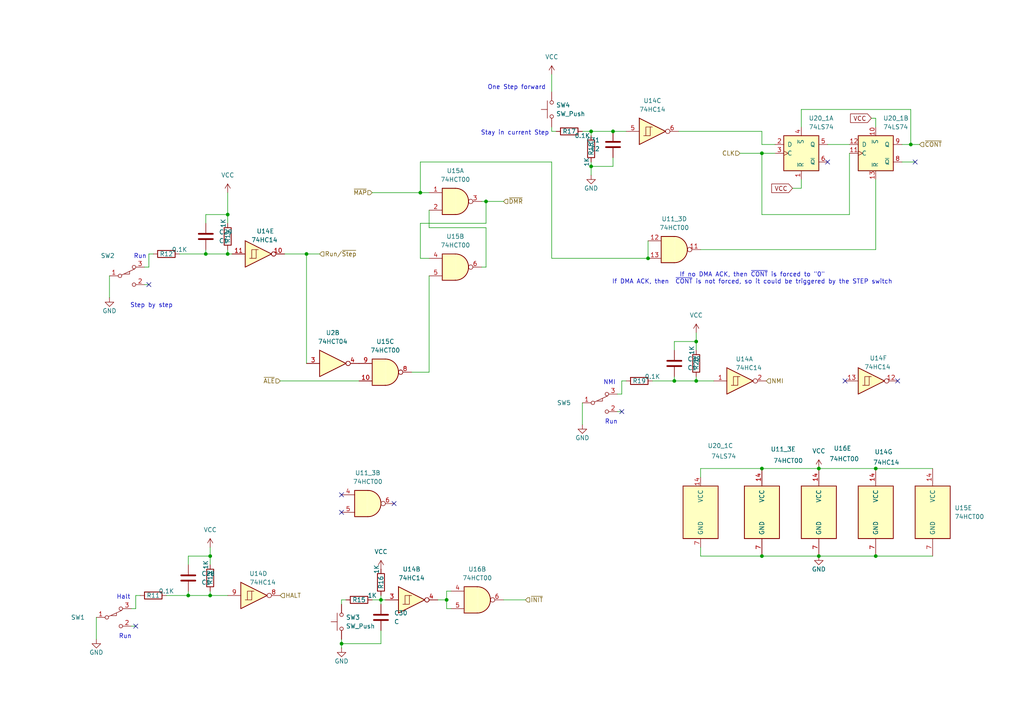
<source format=kicad_sch>
(kicad_sch (version 20250114) (generator "eeschema") (generator_version "9.0")
  (paper "A4")
  (lib_symbols
    (symbol "74xx:74HC14" (pin_names (offset 1.016))
      (property "Reference" "U" (at 0 1.27 0))
      (property "Value" "74HC14" (at 0 -1.27 0))
      (symbol "74HC14_1_0"
        (polyline (pts (xy -3.81 3.81) (xy -3.81 -3.81) (xy 3.81 0) (xy -3.81 3.81)) (stroke (width 0.254)) (fill (type background)))
        (pin input line (at -7.62 0 0) (length 3.81) (name "~") (number "1"))
        (pin output inverted (at 7.62 0 180) (length 3.81) (name "~") (number "2"))
      )
      (symbol "74HC14_1_1"
        (polyline (pts (xy -2.54 -1.27) (xy -0.635 -1.27) (xy -0.635 1.27) (xy 0 1.27)))
        (polyline (pts (xy -1.905 -1.27) (xy -1.905 1.27) (xy -0.635 1.27)))
      )
      (symbol "74HC14_2_0"
        (polyline (pts (xy -3.81 3.81) (xy -3.81 -3.81) (xy 3.81 0) (xy -3.81 3.81)) (stroke (width 0.254)) (fill (type background)))
        (pin input line (at -7.62 0 0) (length 3.81) (name "~") (number "3"))
        (pin output inverted (at 7.62 0 180) (length 3.81) (name "~") (number "4"))
      )
      (symbol "74HC14_2_1"
        (polyline (pts (xy -2.54 -1.27) (xy -0.635 -1.27) (xy -0.635 1.27) (xy 0 1.27)))
        (polyline (pts (xy -1.905 -1.27) (xy -1.905 1.27) (xy -0.635 1.27)))
      )
      (symbol "74HC14_3_0"
        (polyline (pts (xy -3.81 3.81) (xy -3.81 -3.81) (xy 3.81 0) (xy -3.81 3.81)) (stroke (width 0.254)) (fill (type background)))
        (pin input line (at -7.62 0 0) (length 3.81) (name "~") (number "5"))
        (pin output inverted (at 7.62 0 180) (length 3.81) (name "~") (number "6"))
      )
      (symbol "74HC14_3_1"
        (polyline (pts (xy -2.54 -1.27) (xy -0.635 -1.27) (xy -0.635 1.27) (xy 0 1.27)))
        (polyline (pts (xy -1.905 -1.27) (xy -1.905 1.27) (xy -0.635 1.27)))
      )
      (symbol "74HC14_4_0"
        (polyline (pts (xy -3.81 3.81) (xy -3.81 -3.81) (xy 3.81 0) (xy -3.81 3.81)) (stroke (width 0.254)) (fill (type background)))
        (pin input line (at -7.62 0 0) (length 3.81) (name "~") (number "9"))
        (pin output inverted (at 7.62 0 180) (length 3.81) (name "~") (number "8"))
      )
      (symbol "74HC14_4_1"
        (polyline (pts (xy -2.54 -1.27) (xy -0.635 -1.27) (xy -0.635 1.27) (xy 0 1.27)))
        (polyline (pts (xy -1.905 -1.27) (xy -1.905 1.27) (xy -0.635 1.27)))
      )
      (symbol "74HC14_5_0"
        (polyline (pts (xy -3.81 3.81) (xy -3.81 -3.81) (xy 3.81 0) (xy -3.81 3.81)) (stroke (width 0.254)) (fill (type background)))
        (pin input line (at -7.62 0 0) (length 3.81) (name "~") (number "11"))
        (pin output inverted (at 7.62 0 180) (length 3.81) (name "~") (number "10"))
      )
      (symbol "74HC14_5_1"
        (polyline (pts (xy -2.54 -1.27) (xy -0.635 -1.27) (xy -0.635 1.27) (xy 0 1.27)))
        (polyline (pts (xy -1.905 -1.27) (xy -1.905 1.27) (xy -0.635 1.27)))
      )
      (symbol "74HC14_6_0"
        (polyline (pts (xy -3.81 3.81) (xy -3.81 -3.81) (xy 3.81 0) (xy -3.81 3.81)) (stroke (width 0.254)) (fill (type background)))
        (pin input line (at -7.62 0 0) (length 3.81) (name "~") (number "13"))
        (pin output inverted (at 7.62 0 180) (length 3.81) (name "~") (number "12"))
      )
      (symbol "74HC14_6_1"
        (polyline (pts (xy -2.54 -1.27) (xy -0.635 -1.27) (xy -0.635 1.27) (xy 0 1.27)))
        (polyline (pts (xy -1.905 -1.27) (xy -1.905 1.27) (xy -0.635 1.27)))
      )
      (symbol "74HC14_7_0"
        (pin power_in line (at 0 12.7 270) (length 5.08) (name "VCC") (number "14"))
        (pin power_in line (at 0 -12.7 90) (length 5.08) (name "GND") (number "7"))
      )
      (symbol "74HC14_7_1"
        (rectangle (start -5.08 7.62) (end 5.08 -7.62) (stroke (width 0.254)) (fill (type background)))
      )
    )
    (symbol "74xx:74HCT00" (pin_names (offset 1.016))
      (property "Reference" "U" (at 0 1.27 0))
      (property "Value" "74HCT00" (at 0 -1.27 0))
      (symbol "74HCT00_1_1"
        (arc (start 0 3.81) (mid 3.7934 0) (end 0 -3.81) (stroke (width 0.254)) (fill (type background)))
        (polyline (pts (xy 0 3.81) (xy -3.81 3.81) (xy -3.81 -3.81) (xy 0 -3.81)) (stroke (width 0.254)) (fill (type background)))
        (pin input line (at -7.62 2.54 0) (length 3.81) (name "~") (number "1"))
        (pin input line (at -7.62 -2.54 0) (length 3.81) (name "~") (number "2"))
        (pin output inverted (at 7.62 0 180) (length 3.81) (name "~") (number "3"))
      )
      (symbol "74HCT00_1_2"
        (arc (start -3.81 3.81) (mid -2.589 0) (end -3.81 -3.81) (stroke (width 0.254)))
        (polyline (pts (xy -3.81 3.81) (xy -0.635 3.81)) (stroke (width 0.254)) (fill (type background)))
        (polyline (pts (xy -3.81 -3.81) (xy -0.635 -3.81)) (stroke (width 0.254)) (fill (type background)))
        (arc (start 3.81 0) (mid 2.1855 -2.584) (end -0.6096 -3.81) (stroke (width 0.254)) (fill (type background)))
        (arc (start -0.6096 3.81) (mid 2.1928 2.5924) (end 3.81 0) (stroke (width 0.254)) (fill (type background)))
        (polyline (pts (xy -0.635 3.81) (xy -3.81 3.81) (xy -3.81 3.81) (xy -3.556 3.4036) (xy -3.0226 2.2606) (xy -2.6924 1.0414) (xy -2.6162 -0.254) (xy -2.7686 -1.4986) (xy -3.175 -2.7178) (xy -3.81 -3.81) (xy -3.81 -3.81) (xy -0.635 -3.81)) (stroke (width -25.4)) (fill (type background)))
        (pin input inverted (at -7.62 2.54 0) (length 4.318) (name "~") (number "1"))
        (pin input inverted (at -7.62 -2.54 0) (length 4.318) (name "~") (number "2"))
        (pin output line (at 7.62 0 180) (length 3.81) (name "~") (number "3"))
      )
      (symbol "74HCT00_2_1"
        (arc (start 0 3.81) (mid 3.7934 0) (end 0 -3.81) (stroke (width 0.254)) (fill (type background)))
        (polyline (pts (xy 0 3.81) (xy -3.81 3.81) (xy -3.81 -3.81) (xy 0 -3.81)) (stroke (width 0.254)) (fill (type background)))
        (pin input line (at -7.62 2.54 0) (length 3.81) (name "~") (number "4"))
        (pin input line (at -7.62 -2.54 0) (length 3.81) (name "~") (number "5"))
        (pin output inverted (at 7.62 0 180) (length 3.81) (name "~") (number "6"))
      )
      (symbol "74HCT00_2_2"
        (arc (start -3.81 3.81) (mid -2.589 0) (end -3.81 -3.81) (stroke (width 0.254)))
        (polyline (pts (xy -3.81 3.81) (xy -0.635 3.81)) (stroke (width 0.254)) (fill (type background)))
        (polyline (pts (xy -3.81 -3.81) (xy -0.635 -3.81)) (stroke (width 0.254)) (fill (type background)))
        (arc (start 3.81 0) (mid 2.1855 -2.584) (end -0.6096 -3.81) (stroke (width 0.254)) (fill (type background)))
        (arc (start -0.6096 3.81) (mid 2.1928 2.5924) (end 3.81 0) (stroke (width 0.254)) (fill (type background)))
        (polyline (pts (xy -0.635 3.81) (xy -3.81 3.81) (xy -3.81 3.81) (xy -3.556 3.4036) (xy -3.0226 2.2606) (xy -2.6924 1.0414) (xy -2.6162 -0.254) (xy -2.7686 -1.4986) (xy -3.175 -2.7178) (xy -3.81 -3.81) (xy -3.81 -3.81) (xy -0.635 -3.81)) (stroke (width -25.4)) (fill (type background)))
        (pin input inverted (at -7.62 2.54 0) (length 4.318) (name "~") (number "4"))
        (pin input inverted (at -7.62 -2.54 0) (length 4.318) (name "~") (number "5"))
        (pin output line (at 7.62 0 180) (length 3.81) (name "~") (number "6"))
      )
      (symbol "74HCT00_3_1"
        (arc (start 0 3.81) (mid 3.7934 0) (end 0 -3.81) (stroke (width 0.254)) (fill (type background)))
        (polyline (pts (xy 0 3.81) (xy -3.81 3.81) (xy -3.81 -3.81) (xy 0 -3.81)) (stroke (width 0.254)) (fill (type background)))
        (pin input line (at -7.62 2.54 0) (length 3.81) (name "~") (number "9"))
        (pin input line (at -7.62 -2.54 0) (length 3.81) (name "~") (number "10"))
        (pin output inverted (at 7.62 0 180) (length 3.81) (name "~") (number "8"))
      )
      (symbol "74HCT00_3_2"
        (arc (start -3.81 3.81) (mid -2.589 0) (end -3.81 -3.81) (stroke (width 0.254)))
        (polyline (pts (xy -3.81 3.81) (xy -0.635 3.81)) (stroke (width 0.254)) (fill (type background)))
        (polyline (pts (xy -3.81 -3.81) (xy -0.635 -3.81)) (stroke (width 0.254)) (fill (type background)))
        (arc (start 3.81 0) (mid 2.1855 -2.584) (end -0.6096 -3.81) (stroke (width 0.254)) (fill (type background)))
        (arc (start -0.6096 3.81) (mid 2.1928 2.5924) (end 3.81 0) (stroke (width 0.254)) (fill (type background)))
        (polyline (pts (xy -0.635 3.81) (xy -3.81 3.81) (xy -3.81 3.81) (xy -3.556 3.4036) (xy -3.0226 2.2606) (xy -2.6924 1.0414) (xy -2.6162 -0.254) (xy -2.7686 -1.4986) (xy -3.175 -2.7178) (xy -3.81 -3.81) (xy -3.81 -3.81) (xy -0.635 -3.81)) (stroke (width -25.4)) (fill (type background)))
        (pin input inverted (at -7.62 2.54 0) (length 4.318) (name "~") (number "9"))
        (pin input inverted (at -7.62 -2.54 0) (length 4.318) (name "~") (number "10"))
        (pin output line (at 7.62 0 180) (length 3.81) (name "~") (number "8"))
      )
      (symbol "74HCT00_4_1"
        (arc (start 0 3.81) (mid 3.7934 0) (end 0 -3.81) (stroke (width 0.254)) (fill (type background)))
        (polyline (pts (xy 0 3.81) (xy -3.81 3.81) (xy -3.81 -3.81) (xy 0 -3.81)) (stroke (width 0.254)) (fill (type background)))
        (pin input line (at -7.62 2.54 0) (length 3.81) (name "~") (number "12"))
        (pin input line (at -7.62 -2.54 0) (length 3.81) (name "~") (number "13"))
        (pin output inverted (at 7.62 0 180) (length 3.81) (name "~") (number "11"))
      )
      (symbol "74HCT00_4_2"
        (arc (start -3.81 3.81) (mid -2.589 0) (end -3.81 -3.81) (stroke (width 0.254)))
        (polyline (pts (xy -3.81 3.81) (xy -0.635 3.81)) (stroke (width 0.254)) (fill (type background)))
        (polyline (pts (xy -3.81 -3.81) (xy -0.635 -3.81)) (stroke (width 0.254)) (fill (type background)))
        (arc (start 3.81 0) (mid 2.1855 -2.584) (end -0.6096 -3.81) (stroke (width 0.254)) (fill (type background)))
        (arc (start -0.6096 3.81) (mid 2.1928 2.5924) (end 3.81 0) (stroke (width 0.254)) (fill (type background)))
        (polyline (pts (xy -0.635 3.81) (xy -3.81 3.81) (xy -3.81 3.81) (xy -3.556 3.4036) (xy -3.0226 2.2606) (xy -2.6924 1.0414) (xy -2.6162 -0.254) (xy -2.7686 -1.4986) (xy -3.175 -2.7178) (xy -3.81 -3.81) (xy -3.81 -3.81) (xy -0.635 -3.81)) (stroke (width -25.4)) (fill (type background)))
        (pin input inverted (at -7.62 2.54 0) (length 4.318) (name "~") (number "12"))
        (pin input inverted (at -7.62 -2.54 0) (length 4.318) (name "~") (number "13"))
        (pin output line (at 7.62 0 180) (length 3.81) (name "~") (number "11"))
      )
      (symbol "74HCT00_5_0"
        (pin power_in line (at 0 12.7 270) (length 5.08) (name "VCC") (number "14"))
        (pin power_in line (at 0 -12.7 90) (length 5.08) (name "GND") (number "7"))
      )
      (symbol "74HCT00_5_1"
        (rectangle (start -5.08 7.62) (end 5.08 -7.62) (stroke (width 0.254)) (fill (type background)))
      )
    )
    (symbol "74xx:74HCT04"
      (property "Reference" "U" (at 0 1.27 0))
      (property "Value" "74HCT04" (at 0 -1.27 0))
      (symbol "74HCT04_1_0"
        (polyline (pts (xy -3.81 3.81) (xy -3.81 -3.81) (xy 3.81 0) (xy -3.81 3.81)) (stroke (width 0.254)) (fill (type background)))
        (pin input line (at -7.62 0 0) (length 3.81) (name "~") (number "1"))
        (pin output inverted (at 7.62 0 180) (length 3.81) (name "~") (number "2"))
      )
      (symbol "74HCT04_2_0"
        (polyline (pts (xy -3.81 3.81) (xy -3.81 -3.81) (xy 3.81 0) (xy -3.81 3.81)) (stroke (width 0.254)) (fill (type background)))
        (pin input line (at -7.62 0 0) (length 3.81) (name "~") (number "3"))
        (pin output inverted (at 7.62 0 180) (length 3.81) (name "~") (number "4"))
      )
      (symbol "74HCT04_3_0"
        (polyline (pts (xy -3.81 3.81) (xy -3.81 -3.81) (xy 3.81 0) (xy -3.81 3.81)) (stroke (width 0.254)) (fill (type background)))
        (pin input line (at -7.62 0 0) (length 3.81) (name "~") (number "5"))
        (pin output inverted (at 7.62 0 180) (length 3.81) (name "~") (number "6"))
      )
      (symbol "74HCT04_4_0"
        (polyline (pts (xy -3.81 3.81) (xy -3.81 -3.81) (xy 3.81 0) (xy -3.81 3.81)) (stroke (width 0.254)) (fill (type background)))
        (pin input line (at -7.62 0 0) (length 3.81) (name "~") (number "9"))
        (pin output inverted (at 7.62 0 180) (length 3.81) (name "~") (number "8"))
      )
      (symbol "74HCT04_5_0"
        (polyline (pts (xy -3.81 3.81) (xy -3.81 -3.81) (xy 3.81 0) (xy -3.81 3.81)) (stroke (width 0.254)) (fill (type background)))
        (pin input line (at -7.62 0 0) (length 3.81) (name "~") (number "11"))
        (pin output inverted (at 7.62 0 180) (length 3.81) (name "~") (number "10"))
      )
      (symbol "74HCT04_6_0"
        (polyline (pts (xy -3.81 3.81) (xy -3.81 -3.81) (xy 3.81 0) (xy -3.81 3.81)) (stroke (width 0.254)) (fill (type background)))
        (pin input line (at -7.62 0 0) (length 3.81) (name "~") (number "13"))
        (pin output inverted (at 7.62 0 180) (length 3.81) (name "~") (number "12"))
      )
      (symbol "74HCT04_7_0"
        (pin power_in line (at 0 12.7 270) (length 5.08) (name "VCC") (number "14"))
        (pin power_in line (at 0 -12.7 90) (length 5.08) (name "GND") (number "7"))
      )
      (symbol "74HCT04_7_1"
        (rectangle (start -5.08 7.62) (end 5.08 -7.62) (stroke (width 0.254)) (fill (type background)))
      )
    )
    (symbol "74xx:74LS74" (pin_names (offset 1.016))
      (property "Reference" "U" (at -7.62 8.89 0))
      (property "Value" "74LS74" (at -7.62 -8.89 0))
      (symbol "74LS74_1_0"
        (pin input line (at -7.62 2.54 0) (length 2.54) (name "D") (number "2"))
        (pin input clock (at -7.62 0 0) (length 2.54) (name "C") (number "3"))
        (pin input line (at 0 7.62 270) (length 2.54) (name "~{S}") (number "4"))
        (pin input line (at 0 -7.62 90) (length 2.54) (name "~{R}") (number "1"))
        (pin output line (at 7.62 2.54 180) (length 2.54) (name "Q") (number "5"))
        (pin output line (at 7.62 -2.54 180) (length 2.54) (name "~{Q}") (number "6"))
      )
      (symbol "74LS74_1_1"
        (rectangle (start -5.08 5.08) (end 5.08 -5.08) (stroke (width 0.254)) (fill (type background)))
      )
      (symbol "74LS74_2_0"
        (pin input line (at -7.62 2.54 0) (length 2.54) (name "D") (number "12"))
        (pin input clock (at -7.62 0 0) (length 2.54) (name "C") (number "11"))
        (pin input line (at 0 7.62 270) (length 2.54) (name "~{S}") (number "10"))
        (pin input line (at 0 -7.62 90) (length 2.54) (name "~{R}") (number "13"))
        (pin output line (at 7.62 2.54 180) (length 2.54) (name "Q") (number "9"))
        (pin output line (at 7.62 -2.54 180) (length 2.54) (name "~{Q}") (number "8"))
      )
      (symbol "74LS74_2_1"
        (rectangle (start -5.08 5.08) (end 5.08 -5.08) (stroke (width 0.254)) (fill (type background)))
      )
      (symbol "74LS74_3_0"
        (pin power_in line (at 0 10.16 270) (length 2.54) (name "VCC") (number "14"))
        (pin power_in line (at 0 -10.16 90) (length 2.54) (name "GND") (number "7"))
      )
      (symbol "74LS74_3_1"
        (rectangle (start -5.08 7.62) (end 5.08 -7.62) (stroke (width 0.254)) (fill (type background)))
      )
    )
    (symbol "Device:C" (pin_numbers (hide yes)) (pin_names (offset 0.254))
      (property "Reference" "C" (at 0.635 2.54 0))
      (property "Value" "C" (at 0.635 -2.54 0))
      (symbol "C_0_1"
        (polyline (pts (xy -2.032 0.762) (xy 2.032 0.762)) (stroke (width 0.508)))
        (polyline (pts (xy -2.032 -0.762) (xy 2.032 -0.762)) (stroke (width 0.508)))
      )
      (symbol "C_1_1"
        (pin passive line (at 0 3.81 270) (length 2.794) (name "~") (number "1"))
        (pin passive line (at 0 -3.81 90) (length 2.794) (name "~") (number "2"))
      )
    )
    (symbol "Device:R" (pin_numbers (hide yes)) (pin_names (offset 0))
      (property "Reference" "R" (at 2.032 0 90))
      (property "Value" "R" (at 0 0 90))
      (symbol "R_0_1"
        (rectangle (start -1.016 -2.54) (end 1.016 2.54) (stroke (width 0.254)))
      )
      (symbol "R_1_1"
        (pin passive line (at 0 3.81 270) (length 1.27) (name "~") (number "1"))
        (pin passive line (at 0 -3.81 90) (length 1.27) (name "~") (number "2"))
      )
    )
    (symbol "Switch:SW_Push" (pin_numbers (hide yes)) (pin_names (offset 1.016) (hide yes))
      (property "Reference" "SW" (at 1.27 2.54 0))
      (property "Value" "SW_Push" (at 0 -1.524 0))
      (symbol "SW_Push_0_1"
        (circle (center -2.032 0) (radius 0.508))
        (polyline (pts (xy 0 1.27) (xy 0 3.048)))
        (circle (center 2.032 0) (radius 0.508))
        (polyline (pts (xy 2.54 1.27) (xy -2.54 1.27)))
        (pin passive line (at -5.08 0 0) (length 2.54) (name "1") (number "1"))
        (pin passive line (at 5.08 0 180) (length 2.54) (name "2") (number "2"))
      )
    )
    (symbol "Switch:SW_SPDT_XKB_DMx-xxxx-1" (pin_names (offset 0) (hide yes))
      (property "Reference" "SW" (at 0 4.318 0))
      (property "Value" "SW_SPDT_XKB_DMx-xxxx-1" (at 0 -5.588 0))
      (symbol "SW_SPDT_XKB_DMx-xxxx-1_1_1"
        (circle (center -2.032 0) (radius 0.508))
        (polyline (pts (xy -1.524 0.254) (xy 2.286 2.032)))
        (polyline (pts (xy -0.762 0.508) (xy 0.762 0.508) (xy 0.762 1.27)))
        (circle (center 2.032 2.54) (radius 0.508))
        (circle (center 2.032 -2.54) (radius 0.508))
        (pin passive line (at -5.08 0 0) (length 2.54) (name "A") (number "1"))
        (pin passive line (at 5.08 2.54 180) (length 2.54) (name "C") (number "3"))
        (pin passive line (at 5.08 -2.54 180) (length 2.54) (name "B") (number "2"))
      )
    )
    (symbol "power:GND" (power) (pin_numbers (hide yes)) (pin_names (offset 0) (hide yes))
      (property "Value" "GND" (at 0 -3.81 0))
      (symbol "GND_0_1"
        (polyline (pts (xy 0 0) (xy 0 -1.27) (xy 1.27 -1.27) (xy 0 -2.54) (xy -1.27 -1.27) (xy 0 -1.27)))
      )
      (symbol "GND_1_1"
        (pin power_in line (at 0 0 270) (length 0) (name "~") (number "1"))
      )
    )
    (symbol "power:VCC" (power) (pin_numbers (hide yes)) (pin_names (offset 0) (hide yes))
      (property "Value" "VCC" (at 0 3.556 0))
      (symbol "VCC_0_1"
        (polyline (pts (xy -0.762 1.27) (xy 0 2.54)))
        (polyline (pts (xy 0 2.54) (xy 0.762 1.27)))
        (polyline (pts (xy 0 0) (xy 0 2.54)))
      )
      (symbol "VCC_1_1"
        (pin power_in line (at 0 0 90) (length 0) (name "~") (number "1"))
      )
    )
  )
  (text "Halt\n" (at 35.814 173.228 0) (effects (font (size 1.27 1.27))))
  (text "One Step forward" (at 149.86 25.4 0) (effects (font (size 1.27 1.27))))
  (text "NMI" (at 176.784 110.998 0) (effects (font (size 1.27 1.27))))
  (text "Run" (at 36.322 184.658 0) (effects (font (size 1.27 1.27))))
  (text "Step by step" (at 43.942 88.646 0) (effects (font (size 1.27 1.27))))
  (text "If no DMA ACK, then ~{CONT} is forced to \"0\"\nIf DMA ACK, then  ~{CONT} is not forced, so it could be triggered by the STEP switch" (at 218.186 80.772 0) (effects (font (size 1.27 1.27))))
  (text "Run" (at 177.292 122.428 0) (effects (font (size 1.27 1.27))))
  (text "Stay in current Step" (at 149.352 38.608 0) (effects (font (size 1.27 1.27))))
  (text "Run" (at 40.64 74.422 0) (effects (font (size 1.27 1.27))))
  (junction (at 66.04 62.23))
  (junction (at 88.9 73.66))
  (junction (at 254 135.89))
  (junction (at 99.06 186.69))
  (junction (at 187.96 74.93))
  (junction (at 129.54 173.99))
  (junction (at 220.98 135.89))
  (junction (at 264.16 41.91))
  (junction (at 121.92 55.88))
  (junction (at 140.97 58.42))
  (junction (at 66.04 73.66))
  (junction (at 220.98 44.45))
  (junction (at 59.69 73.66))
  (junction (at 201.93 99.06))
  (junction (at 54.61 172.72))
  (junction (at 171.45 48.26))
  (junction (at 171.45 38.1))
  (junction (at 237.49 161.29))
  (junction (at 201.93 110.49))
  (junction (at 237.49 135.89))
  (junction (at 110.49 173.99))
  (junction (at 60.96 172.72))
  (junction (at 60.96 161.29))
  (junction (at 220.98 161.29))
  (junction (at 177.8 38.1))
  (junction (at 195.58 110.49))
  (junction (at 254 161.29))
  (no_connect (at 260.35 110.49))
  (no_connect (at 240.03 46.99))
  (no_connect (at 99.06 148.59))
  (no_connect (at 265.43 46.99))
  (no_connect (at 114.3 146.05))
  (no_connect (at 245.11 110.49))
  (no_connect (at 43.18 82.55))
  (no_connect (at 39.37 181.61))
  (no_connect (at 180.34 119.38))
  (no_connect (at 99.06 143.51))
  (wire (pts (xy 264.16 41.91) (xy 264.16 31.75)))
  (wire (pts (xy 146.05 173.99) (xy 152.4 173.99)))
  (wire (pts (xy 220.98 161.29) (xy 203.2 161.29)))
  (wire (pts (xy 264.16 41.91) (xy 266.7 41.91)))
  (wire (pts (xy 66.04 62.23) (xy 66.04 64.77)))
  (wire (pts (xy 54.61 161.29) (xy 60.96 161.29)))
  (wire (pts (xy 179.07 114.3) (xy 180.34 114.3)))
  (wire (pts (xy 220.98 135.89) (xy 203.2 135.89)))
  (wire (pts (xy 38.1 181.61) (xy 39.37 181.61)))
  (wire (pts (xy 177.8 48.26) (xy 177.8 45.72)))
  (wire (pts (xy 39.37 172.72) (xy 40.64 172.72)))
  (wire (pts (xy 140.97 58.42) (xy 146.05 58.42)))
  (wire (pts (xy 43.18 73.66) (xy 44.45 73.66)))
  (wire (pts (xy 121.92 46.99) (xy 160.02 46.99)))
  (wire (pts (xy 203.2 135.89) (xy 203.2 138.43)))
  (wire (pts (xy 99.06 175.26) (xy 99.06 173.99)))
  (wire (pts (xy 99.06 187.96) (xy 99.06 186.69)))
  (wire (pts (xy 124.46 60.96) (xy 124.46 66.04)))
  (wire (pts (xy 214.63 44.45) (xy 220.98 44.45)))
  (wire (pts (xy 81.28 110.49) (xy 104.14 110.49)))
  (wire (pts (xy 220.98 135.89) (xy 237.49 135.89)))
  (wire (pts (xy 88.9 73.66) (xy 92.71 73.66)))
  (wire (pts (xy 107.95 173.99) (xy 110.49 173.99)))
  (wire (pts (xy 203.2 161.29) (xy 203.2 158.75)))
  (wire (pts (xy 27.94 179.07) (xy 27.94 185.42)))
  (wire (pts (xy 124.46 66.04) (xy 140.97 66.04)))
  (wire (pts (xy 60.96 161.29) (xy 60.96 163.83)))
  (wire (pts (xy 38.1 176.53) (xy 39.37 176.53)))
  (wire (pts (xy 110.49 182.88) (xy 110.49 186.69)))
  (wire (pts (xy 119.38 107.95) (xy 124.46 107.95)))
  (wire (pts (xy 121.92 64.77) (xy 121.92 74.93)))
  (wire (pts (xy 110.49 173.99) (xy 111.76 173.99)))
  (wire (pts (xy 129.54 176.53) (xy 130.81 176.53)))
  (wire (pts (xy 41.91 82.55) (xy 43.18 82.55)))
  (wire (pts (xy 264.16 31.75) (xy 232.41 31.75)))
  (wire (pts (xy 121.92 55.88) (xy 121.92 46.99)))
  (wire (pts (xy 129.54 173.99) (xy 129.54 171.45)))
  (wire (pts (xy 195.58 101.6) (xy 195.58 99.06)))
  (wire (pts (xy 59.69 64.77) (xy 59.69 62.23)))
  (wire (pts (xy 237.49 135.89) (xy 254 135.89)))
  (wire (pts (xy 160.02 46.99) (xy 160.02 74.93)))
  (wire (pts (xy 201.93 109.22) (xy 201.93 110.49)))
  (wire (pts (xy 54.61 163.83) (xy 54.61 161.29)))
  (wire (pts (xy 180.34 110.49) (xy 180.34 114.3)))
  (wire (pts (xy 59.69 73.66) (xy 66.04 73.66)))
  (wire (pts (xy 229.87 54.61) (xy 232.41 54.61)))
  (wire (pts (xy 52.07 73.66) (xy 59.69 73.66)))
  (wire (pts (xy 177.8 38.1) (xy 181.61 38.1)))
  (wire (pts (xy 121.92 74.93) (xy 124.46 74.93)))
  (wire (pts (xy 140.97 58.42) (xy 140.97 64.77)))
  (wire (pts (xy 237.49 161.29) (xy 254 161.29)))
  (wire (pts (xy 66.04 55.88) (xy 66.04 62.23)))
  (wire (pts (xy 60.96 158.75) (xy 60.96 161.29)))
  (wire (pts (xy 189.23 110.49) (xy 195.58 110.49)))
  (wire (pts (xy 160.02 36.83) (xy 160.02 38.1)))
  (wire (pts (xy 195.58 109.22) (xy 195.58 110.49)))
  (wire (pts (xy 254 52.07) (xy 254 72.39)))
  (wire (pts (xy 31.75 80.01) (xy 31.75 86.36)))
  (wire (pts (xy 99.06 186.69) (xy 110.49 186.69)))
  (wire (pts (xy 180.34 110.49) (xy 181.61 110.49)))
  (wire (pts (xy 220.98 44.45) (xy 220.98 62.23)))
  (wire (pts (xy 168.91 38.1) (xy 171.45 38.1)))
  (wire (pts (xy 121.92 55.88) (xy 124.46 55.88)))
  (wire (pts (xy 203.2 72.39) (xy 254 72.39)))
  (wire (pts (xy 43.18 73.66) (xy 43.18 77.47)))
  (wire (pts (xy 60.96 171.45) (xy 60.96 172.72)))
  (wire (pts (xy 124.46 80.01) (xy 124.46 107.95)))
  (wire (pts (xy 201.93 96.52) (xy 201.93 99.06)))
  (wire (pts (xy 82.55 73.66) (xy 88.9 73.66)))
  (wire (pts (xy 196.85 38.1) (xy 220.98 38.1)))
  (wire (pts (xy 99.06 186.69) (xy 99.06 185.42)))
  (wire (pts (xy 54.61 171.45) (xy 54.61 172.72)))
  (wire (pts (xy 220.98 41.91) (xy 224.79 41.91)))
  (wire (pts (xy 66.04 73.66) (xy 67.31 73.66)))
  (wire (pts (xy 220.98 161.29) (xy 237.49 161.29)))
  (wire (pts (xy 232.41 31.75) (xy 232.41 36.83)))
  (wire (pts (xy 54.61 172.72) (xy 60.96 172.72)))
  (wire (pts (xy 39.37 172.72) (xy 39.37 176.53)))
  (wire (pts (xy 110.49 173.99) (xy 110.49 175.26)))
  (wire (pts (xy 179.07 119.38) (xy 180.34 119.38)))
  (wire (pts (xy 201.93 99.06) (xy 201.93 101.6)))
  (wire (pts (xy 48.26 172.72) (xy 54.61 172.72)))
  (wire (pts (xy 140.97 66.04) (xy 140.97 77.47)))
  (wire (pts (xy 127 173.99) (xy 129.54 173.99)))
  (wire (pts (xy 252.73 34.29) (xy 254 34.29)))
  (wire (pts (xy 66.04 72.39) (xy 66.04 73.66)))
  (wire (pts (xy 254 161.29) (xy 270.51 161.29)))
  (wire (pts (xy 139.7 58.42) (xy 140.97 58.42)))
  (wire (pts (xy 110.49 172.72) (xy 110.49 173.99)))
  (wire (pts (xy 254 34.29) (xy 254 36.83)))
  (wire (pts (xy 129.54 173.99) (xy 129.54 176.53)))
  (wire (pts (xy 171.45 48.26) (xy 177.8 48.26)))
  (wire (pts (xy 254 135.89) (xy 270.51 135.89)))
  (wire (pts (xy 140.97 77.47) (xy 139.7 77.47)))
  (wire (pts (xy 88.9 73.66) (xy 88.9 105.41)))
  (wire (pts (xy 171.45 38.1) (xy 177.8 38.1)))
  (wire (pts (xy 187.96 69.85) (xy 187.96 74.93)))
  (wire (pts (xy 232.41 54.61) (xy 232.41 52.07)))
  (wire (pts (xy 220.98 62.23) (xy 246.38 62.23)))
  (wire (pts (xy 240.03 41.91) (xy 246.38 41.91)))
  (wire (pts (xy 59.69 62.23) (xy 66.04 62.23)))
  (wire (pts (xy 168.91 116.84) (xy 168.91 123.19)))
  (wire (pts (xy 160.02 38.1) (xy 161.29 38.1)))
  (wire (pts (xy 171.45 48.26) (xy 171.45 50.8)))
  (wire (pts (xy 171.45 46.99) (xy 171.45 48.26)))
  (wire (pts (xy 140.97 64.77) (xy 121.92 64.77)))
  (wire (pts (xy 107.95 55.88) (xy 121.92 55.88)))
  (wire (pts (xy 60.96 172.72) (xy 66.04 172.72)))
  (wire (pts (xy 261.62 41.91) (xy 264.16 41.91)))
  (wire (pts (xy 160.02 74.93) (xy 187.96 74.93)))
  (wire (pts (xy 99.06 173.99) (xy 100.33 173.99)))
  (wire (pts (xy 220.98 38.1) (xy 220.98 41.91)))
  (wire (pts (xy 171.45 39.37) (xy 171.45 38.1)))
  (wire (pts (xy 160.02 21.59) (xy 160.02 26.67)))
  (wire (pts (xy 201.93 110.49) (xy 207.01 110.49)))
  (wire (pts (xy 261.62 46.99) (xy 265.43 46.99)))
  (wire (pts (xy 220.98 44.45) (xy 224.79 44.45)))
  (wire (pts (xy 246.38 44.45) (xy 246.38 62.23)))
  (wire (pts (xy 59.69 72.39) (xy 59.69 73.66)))
  (wire (pts (xy 129.54 171.45) (xy 130.81 171.45)))
  (wire (pts (xy 195.58 99.06) (xy 201.93 99.06)))
  (wire (pts (xy 195.58 110.49) (xy 201.93 110.49)))
  (wire (pts (xy 41.91 77.47) (xy 43.18 77.47)))
  (global_label "VCC" (shape input) (at 229.87 54.61 180) (property "Intersheetrefs" "${INTERSHEET_REFS}" (effects (hide yes))))
  (global_label "VCC" (shape input) (at 252.73 34.29 180) (property "Intersheetrefs" "${INTERSHEET_REFS}" (effects (hide yes))))
  (hierarchical_label "NMI" (shape input) (at 222.25 110.49 0))
  (hierarchical_label "HALT" (shape input) (at 81.28 172.72 0))
  (hierarchical_label "CLK" (shape input) (at 214.63 44.45 180))
  (hierarchical_label "~{MAP}" (shape input) (at 107.95 55.88 180))
  (hierarchical_label "~{DMR}" (shape input) (at 146.05 58.42 0))
  (hierarchical_label "~{ALE}" (shape input) (at 81.28 110.49 180))
  (hierarchical_label "Run{slash}~{Step}" (shape input) (at 92.71 73.66 0))
  (hierarchical_label "~{CONT}" (shape input) (at 266.7 41.91 0))
  (hierarchical_label "~{INIT}" (shape input) (at 152.4 173.99 0))
  (symbol (lib_id "Switch:SW_SPDT_XKB_DMx-xxxx-1") (at 36.83 80.01 0) (unit 1)
    (property "Reference" "SW2" (at 31.242 74.168 0))
    (property "Value" "SW_SPDT_XKB_DMx-xxxx-1" (effects (hide yes)))
    (property "Description" "Position switch" (effects (hide yes)))
  )
  (symbol (lib_id "Switch:SW_SPDT_XKB_DMx-xxxx-1") (at 33.02 179.07 0) (unit 1)
    (property "Reference" "SW1" (at 22.606 179.07 0))
    (property "Value" "SW_SPDT_XKB_DMx-xxxx-1" (effects (hide yes)))
    (property "Description" "Position switch" (effects (hide yes)))
  )
  (symbol (lib_id "74xx:74HC14") (at 74.93 73.66 0) (unit 5)
    (property "Reference" "U14" (at 76.962 67.056 0))
    (property "Value" "74HC14" (at 76.708 69.596 0))
    (property "Footprint" "Package_DIP:DIP-14_W7.62mm" (effects (hide yes)))
    (property "Datasheet" "http://www.ti.com/lit/gpn/sn74HC14" (effects (hide yes)))
    (property "Description" "Hex inverter schmitt trigger" (effects (hide yes)))
  )
  (symbol (lib_id "74xx:74HCT00") (at 111.76 107.95 0) (unit 3)
    (property "Reference" "U15" (at 111.7517 99.06 0))
    (property "Value" "74HCT00" (at 111.7517 101.6 0))
    (property "Datasheet" "http://www.ti.com/lit/gpn/sn74hct00" (effects (hide yes)))
    (property "Description" "quad 2-input NAND gate" (effects (hide yes)))
  )
  (symbol (lib_id "74xx:74HCT00") (at 195.58 72.39 0) (unit 4)
    (property "Reference" "U11_3" (at 195.5717 63.5 0))
    (property "Value" "74HCT00" (at 195.5717 66.04 0))
    (property "Datasheet" "http://www.ti.com/lit/gpn/sn74hct00" (effects (hide yes)))
    (property "Description" "quad 2-input NAND gate" (effects (hide yes)))
  )
  (symbol (lib_id "74xx:74HCT04") (at 96.52 105.41 0) (unit 2)
    (property "Reference" "U2" (at 96.52 96.52 0))
    (property "Value" "74HCT04" (at 96.52 99.06 0))
    (property "Datasheet" "https://assets.nexperia.com/documents/data-sheet/74HC_HCT04.pdf" (effects (hide yes)))
    (property "Description" "Hex Inverter" (effects (hide yes)))
  )
  (symbol (lib_id "74xx:74HC14") (at 119.38 173.99 0) (unit 2)
    (property "Reference" "U14" (at 119.38 165.1 0))
    (property "Value" "74HC14" (at 119.38 167.64 0))
    (property "Footprint" "Package_DIP:DIP-14_W7.62mm" (effects (hide yes)))
    (property "Datasheet" "http://www.ti.com/lit/gpn/sn74HC14" (effects (hide yes)))
    (property "Description" "Hex inverter schmitt trigger" (effects (hide yes)))
  )
  (symbol (lib_id "Device:R") (at 110.49 168.91 0) (unit 1)
    (property "Reference" "R16" (at 110.49 168.91 90))
    (property "Value" "1K" (at 109.22 165.1 90))
    (property "Footprint" "Resistor_SMD:R_0603_1608Metric_Pad0.98x0.95mm_HandSolder" (effects (hide yes)))
    (property "Description" "Resistor" (effects (hide yes)))
  )
  (symbol (lib_id "Device:C") (at 195.58 105.41 0) (unit 1)
    (property "Reference" "C32" (at 199.39 104.1399 0) (effects (justify left)))
    (property "Value" "C1" (at 199.39 106.6799 0) (effects (justify left)))
    (property "Footprint" "Capacitor_SMD:C_0805_2012Metric_Pad1.18x1.45mm_HandSolder" (effects (hide yes)))
    (property "Description" "Unpolarized capacitor" (effects (hide yes)))
  )
  (symbol (lib_id "power:VCC") (at 237.49 135.89 0) (unit 1)
    (property "Reference" "#PWR057" (effects (hide yes)))
    (property "Value" "VCC" (at 237.49 130.81 0))
    (property "Description" "Power symbol creates a global label with name \"VCC\"" (effects (hide yes)))
  )
  (symbol (lib_id "power:VCC") (at 160.02 21.59 0) (unit 1)
    (property "Reference" "#PWR053" (effects (hide yes)))
    (property "Value" "VCC" (at 160.02 16.51 0))
    (property "Description" "Power symbol creates a global label with name \"VCC\"" (effects (hide yes)))
  )
  (symbol (lib_id "74xx:74HCT00") (at 237.49 148.59 0) (unit 5)
    (property "Reference" "U16" (at 241.808 130.048 0) (effects (justify left)))
    (property "Value" "74HCT00" (at 240.538 133.096 0) (effects (justify left)))
    (property "Datasheet" "http://www.ti.com/lit/gpn/sn74hct00" (effects (hide yes)))
    (property "Description" "quad 2-input NAND gate" (effects (hide yes)))
  )
  (symbol (lib_id "Switch:SW_Push") (at 160.02 31.75 90) (mirror x) (unit 1)
    (property "Reference" "SW4" (at 161.29 30.4799 90) (effects (justify right)))
    (property "Value" "SW_Push" (at 161.29 33.0199 90) (effects (justify right)))
    (property "Footprint" "Button_Switch_THT:SW_PUSH_6mm" (effects (hide yes)))
    (property "Description" "Push button switch, generic, two pins" (effects (hide yes)))
  )
  (symbol (lib_id "74xx:74HCT00") (at 132.08 77.47 0) (unit 2)
    (property "Reference" "U15" (at 132.0717 68.58 0))
    (property "Value" "74HCT00" (at 132.0717 71.12 0))
    (property "Datasheet" "http://www.ti.com/lit/gpn/sn74hct00" (effects (hide yes)))
    (property "Description" "quad 2-input NAND gate" (effects (hide yes)))
  )
  (symbol (lib_id "74xx:74LS74") (at 203.2 148.59 0) (unit 3)
    (property "Reference" "U20_1" (at 205.232 129.286 0) (effects (justify left)))
    (property "Value" "74LS74" (at 206.248 132.334 0) (effects (justify left)))
    (property "Datasheet" "74xx/74hc_hct74.pdf" (effects (hide yes)))
  )
  (symbol (lib_id "Device:R") (at 201.93 105.41 0) (unit 1)
    (property "Reference" "R20" (at 201.93 105.41 90))
    (property "Value" "1K" (at 200.66 101.6 90))
    (property "Footprint" "Resistor_SMD:R_0603_1608Metric_Pad0.98x0.95mm_HandSolder" (effects (hide yes)))
    (property "Description" "Resistor" (effects (hide yes)))
  )
  (symbol (lib_id "74xx:74HCT00") (at 220.98 148.59 0) (unit 5)
    (property "Reference" "U11_3" (at 223.52 130.302 0) (effects (justify left)))
    (property "Value" "74HCT00" (at 224.282 133.604 0) (effects (justify left)))
    (property "Datasheet" "http://www.ti.com/lit/gpn/sn74hct00" (effects (hide yes)))
    (property "Description" "quad 2-input NAND gate" (effects (hide yes)))
  )
  (symbol (lib_id "Device:R") (at 104.14 173.99 270) (unit 1)
    (property "Reference" "R15" (at 104.14 173.99 90))
    (property "Value" "1K" (at 107.95 172.72 90))
    (property "Footprint" "Resistor_SMD:R_0603_1608Metric_Pad0.98x0.95mm_HandSolder" (effects (hide yes)))
    (property "Description" "Resistor" (effects (hide yes)))
  )
  (symbol (lib_id "74xx:74HC14") (at 252.73 110.49 0) (unit 6)
    (property "Reference" "U14" (at 254.762 103.886 0))
    (property "Value" "74HC14" (at 254.508 106.426 0))
    (property "Footprint" "Package_DIP:DIP-14_W7.62mm" (effects (hide yes)))
    (property "Datasheet" "http://www.ti.com/lit/gpn/sn74HC14" (effects (hide yes)))
    (property "Description" "Hex inverter schmitt trigger" (effects (hide yes)))
  )
  (symbol (lib_id "74xx:74HCT00") (at 270.51 148.59 0) (unit 5)
    (property "Reference" "U15" (at 276.86 147.3199 0) (effects (justify left)))
    (property "Value" "74HCT00" (at 276.86 149.8599 0) (effects (justify left)))
    (property "Datasheet" "http://www.ti.com/lit/gpn/sn74hct00" (effects (hide yes)))
    (property "Description" "quad 2-input NAND gate" (effects (hide yes)))
  )
  (symbol (lib_id "power:VCC") (at 201.93 96.52 0) (unit 1)
    (property "Reference" "#PWR056" (effects (hide yes)))
    (property "Value" "VCC" (at 201.93 91.44 0))
    (property "Description" "Power symbol creates a global label with name \"VCC\"" (effects (hide yes)))
  )
  (symbol (lib_id "74xx:74HC14") (at 214.63 110.49 0) (unit 1)
    (property "Reference" "U14" (at 215.9 104.14 0))
    (property "Value" "74HC14" (at 217.17 106.68 0))
    (property "Footprint" "Package_DIP:DIP-14_W7.62mm" (effects (hide yes)))
    (property "Datasheet" "http://www.ti.com/lit/gpn/sn74HC14" (effects (hide yes)))
    (property "Description" "Hex inverter schmitt trigger" (effects (hide yes)))
  )
  (symbol (lib_id "Device:R") (at 44.45 172.72 270) (unit 1)
    (property "Reference" "R11" (at 44.45 172.72 90))
    (property "Value" "0.1K" (at 48.26 171.45 90))
    (property "Footprint" "Resistor_SMD:R_0603_1608Metric_Pad0.98x0.95mm_HandSolder" (effects (hide yes)))
    (property "Description" "Resistor" (effects (hide yes)))
  )
  (symbol (lib_id "Device:R") (at 48.26 73.66 270) (unit 1)
    (property "Reference" "R12" (at 48.26 73.66 90))
    (property "Value" "0.1K" (at 52.07 72.39 90))
    (property "Footprint" "Resistor_SMD:R_0603_1608Metric_Pad0.98x0.95mm_HandSolder" (effects (hide yes)))
    (property "Description" "Resistor" (effects (hide yes)))
  )
  (symbol (lib_id "Device:R") (at 185.42 110.49 270) (unit 1)
    (property "Reference" "R19" (at 185.42 110.49 90))
    (property "Value" "0.1K" (at 189.23 109.22 90))
    (property "Footprint" "Resistor_SMD:R_0603_1608Metric_Pad0.98x0.95mm_HandSolder" (effects (hide yes)))
    (property "Description" "Resistor" (effects (hide yes)))
  )
  (symbol (lib_id "power:GND") (at 237.49 161.29 0) (unit 1)
    (property "Reference" "#PWR058" (effects (hide yes)))
    (property "Value" "GND" (at 237.49 165.1 0))
    (property "Description" "Power symbol creates a global label with name \"GND\" , ground" (effects (hide yes)))
  )
  (symbol (lib_id "Device:R") (at 165.1 38.1 270) (mirror x) (unit 1)
    (property "Reference" "R17" (at 165.1 38.1 90))
    (property "Value" "0.1K" (at 168.91 39.37 90))
    (property "Footprint" "Resistor_SMD:R_0603_1608Metric_Pad0.98x0.95mm_HandSolder" (effects (hide yes)))
    (property "Description" "Resistor" (effects (hide yes)))
  )
  (symbol (lib_id "Device:C") (at 54.61 167.64 0) (unit 1)
    (property "Reference" "C28" (at 58.42 166.3699 0) (effects (justify left)))
    (property "Value" "C1" (at 58.42 168.9099 0) (effects (justify left)))
    (property "Footprint" "Capacitor_SMD:C_0805_2012Metric_Pad1.18x1.45mm_HandSolder" (effects (hide yes)))
    (property "Description" "Unpolarized capacitor" (effects (hide yes)))
  )
  (symbol (lib_id "Device:C") (at 59.69 68.58 0) (unit 1)
    (property "Reference" "C29" (at 63.5 67.3099 0) (effects (justify left)))
    (property "Value" "C1" (at 63.5 69.8499 0) (effects (justify left)))
    (property "Footprint" "Capacitor_SMD:C_0805_2012Metric_Pad1.18x1.45mm_HandSolder" (effects (hide yes)))
    (property "Description" "Unpolarized capacitor" (effects (hide yes)))
  )
  (symbol (lib_id "power:VCC") (at 110.49 165.1 0) (unit 1)
    (property "Reference" "#PWR052" (effects (hide yes)))
    (property "Value" "VCC" (at 110.49 160.02 0))
    (property "Description" "Power symbol creates a global label with name \"VCC\"" (effects (hide yes)))
  )
  (symbol (lib_id "Device:C") (at 177.8 41.91 0) (mirror x) (unit 1)
    (property "Reference" "C31" (at 173.99 40.6399 0) (effects (justify right)))
    (property "Value" "C2" (at 173.99 43.1799 0) (effects (justify right)))
    (property "Footprint" "Capacitor_SMD:C_0805_2012Metric_Pad1.18x1.45mm_HandSolder" (effects (hide yes)))
    (property "Description" "Unpolarized capacitor" (effects (hide yes)))
  )
  (symbol (lib_id "74xx:74HCT00") (at 132.08 58.42 0) (unit 1)
    (property "Reference" "U15" (at 132.0717 49.53 0))
    (property "Value" "74HCT00" (at 132.0717 52.07 0))
    (property "Datasheet" "http://www.ti.com/lit/gpn/sn74hct00" (effects (hide yes)))
    (property "Description" "quad 2-input NAND gate" (effects (hide yes)))
  )
  (symbol (lib_id "power:GND") (at 168.91 123.19 0) (unit 1)
    (property "Reference" "#PWR054" (effects (hide yes)))
    (property "Value" "GND" (at 168.91 127 0))
    (property "Description" "Power symbol creates a global label with name \"GND\" , ground" (effects (hide yes)))
  )
  (symbol (lib_id "74xx:74HCT00") (at 138.43 173.99 0) (unit 2)
    (property "Reference" "U16" (at 138.4217 165.1 0))
    (property "Value" "74HCT00" (at 138.4217 167.64 0))
    (property "Datasheet" "http://www.ti.com/lit/gpn/sn74hct00" (effects (hide yes)))
    (property "Description" "quad 2-input NAND gate" (effects (hide yes)))
  )
  (symbol (lib_id "74xx:74HCT00") (at 106.68 146.05 0) (unit 2)
    (property "Reference" "U11_3" (at 106.6717 137.16 0))
    (property "Value" "74HCT00" (at 106.6717 139.7 0))
    (property "Datasheet" "http://www.ti.com/lit/gpn/sn74hct00" (effects (hide yes)))
    (property "Description" "quad 2-input NAND gate" (effects (hide yes)))
  )
  (symbol (lib_id "power:GND") (at 27.94 185.42 0) (unit 1)
    (property "Reference" "#PWR047" (effects (hide yes)))
    (property "Value" "GND" (at 27.94 189.23 0))
    (property "Description" "Power symbol creates a global label with name \"GND\" , ground" (effects (hide yes)))
  )
  (symbol (lib_id "power:GND") (at 31.75 86.36 0) (unit 1)
    (property "Reference" "#PWR048" (effects (hide yes)))
    (property "Value" "GND" (at 31.75 90.17 0))
    (property "Description" "Power symbol creates a global label with name \"GND\" , ground" (effects (hide yes)))
  )
  (symbol (lib_id "Switch:SW_SPDT_XKB_DMx-xxxx-1") (at 173.99 116.84 0) (unit 1)
    (property "Reference" "SW5" (at 163.576 116.84 0))
    (property "Value" "SW_SPDT_XKB_DMx-xxxx-1" (effects (hide yes)))
    (property "Description" "Position switch" (effects (hide yes)))
  )
  (symbol (lib_id "74xx:74LS74") (at 254 44.45 0) (unit 2)
    (property "Reference" "U20_1" (at 256.1433 34.29 0) (effects (justify left)))
    (property "Value" "74LS74" (at 256.1433 36.83 0) (effects (justify left)))
    (property "Datasheet" "74xx/74hc_hct74.pdf" (effects (hide yes)))
  )
  (symbol (lib_id "power:VCC") (at 60.96 158.75 0) (unit 1)
    (property "Reference" "#PWR049" (effects (hide yes)))
    (property "Value" "VCC" (at 60.96 153.67 0))
    (property "Description" "Power symbol creates a global label with name \"VCC\"" (effects (hide yes)))
  )
  (symbol (lib_id "power:VCC") (at 66.04 55.88 0) (unit 1)
    (property "Reference" "#PWR050" (effects (hide yes)))
    (property "Value" "VCC" (at 66.04 50.8 0))
    (property "Description" "Power symbol creates a global label with name \"VCC\"" (effects (hide yes)))
  )
  (symbol (lib_id "Switch:SW_Push") (at 99.06 180.34 90) (unit 1)
    (property "Reference" "SW3" (at 100.33 179.0699 90) (effects (justify right)))
    (property "Value" "SW_Push" (at 100.33 181.6099 90) (effects (justify right)))
    (property "Footprint" "Button_Switch_THT:SW_PUSH_6mm" (effects (hide yes)))
    (property "Description" "Push button switch, generic, two pins" (effects (hide yes)))
  )
  (symbol (lib_id "74xx:74HC14") (at 189.23 38.1 0) (unit 3)
    (property "Reference" "U14" (at 189.23 29.21 0))
    (property "Value" "74HC14" (at 189.23 31.75 0))
    (property "Footprint" "Package_DIP:DIP-14_W7.62mm" (effects (hide yes)))
    (property "Datasheet" "http://www.ti.com/lit/gpn/sn74HC14" (effects (hide yes)))
    (property "Description" "Hex inverter schmitt trigger" (effects (hide yes)))
  )
  (symbol (lib_id "74xx:74LS74") (at 232.41 44.45 0) (unit 1)
    (property "Reference" "U20_1" (at 234.5533 34.29 0) (effects (justify left)))
    (property "Value" "74LS74" (at 234.5533 36.83 0) (effects (justify left)))
    (property "Datasheet" "74xx/74hc_hct74.pdf" (effects (hide yes)))
  )
  (symbol (lib_id "Device:C") (at 110.49 179.07 0) (unit 1)
    (property "Reference" "C30" (at 114.3 177.7999 0) (effects (justify left)))
    (property "Value" "C" (at 114.3 180.3399 0) (effects (justify left)))
    (property "Footprint" "Capacitor_SMD:C_0805_2012Metric_Pad1.18x1.45mm_HandSolder" (effects (hide yes)))
    (property "Description" "Unpolarized capacitor" (effects (hide yes)))
  )
  (symbol (lib_id "74xx:74HC14") (at 254 148.59 0) (unit 7)
    (property "Reference" "U14" (at 256.286 131.064 0))
    (property "Value" "74HC14" (at 257.048 134.112 0))
    (property "Footprint" "Package_DIP:DIP-14_W7.62mm" (effects (hide yes)))
    (property "Datasheet" "http://www.ti.com/lit/gpn/sn74HC14" (effects (hide yes)))
    (property "Description" "Hex inverter schmitt trigger" (effects (hide yes)))
  )
  (symbol (lib_id "74xx:74HC14") (at 73.66 172.72 0) (unit 4)
    (property "Reference" "U14" (at 74.93 166.37 0))
    (property "Value" "74HC14" (at 76.2 168.91 0))
    (property "Footprint" "Package_DIP:DIP-14_W7.62mm" (effects (hide yes)))
    (property "Datasheet" "http://www.ti.com/lit/gpn/sn74HC14" (effects (hide yes)))
    (property "Description" "Hex inverter schmitt trigger" (effects (hide yes)))
  )
  (symbol (lib_id "Device:R") (at 171.45 43.18 0) (mirror x) (unit 1)
    (property "Reference" "R18" (at 171.45 43.18 90))
    (property "Value" "1K" (at 170.18 46.99 90))
    (property "Footprint" "Resistor_SMD:R_0603_1608Metric_Pad0.98x0.95mm_HandSolder" (effects (hide yes)))
    (property "Description" "Resistor" (effects (hide yes)))
  )
  (symbol (lib_id "power:GND") (at 99.06 187.96 0) (unit 1)
    (property "Reference" "#PWR051" (effects (hide yes)))
    (property "Value" "GND" (at 99.06 191.77 0))
    (property "Description" "Power symbol creates a global label with name \"GND\" , ground" (effects (hide yes)))
  )
  (symbol (lib_id "Device:R") (at 60.96 167.64 0) (unit 1)
    (property "Reference" "R13" (at 60.96 167.64 90))
    (property "Value" "1K" (at 59.69 163.83 90))
    (property "Footprint" "Resistor_SMD:R_0603_1608Metric_Pad0.98x0.95mm_HandSolder" (effects (hide yes)))
    (property "Description" "Resistor" (effects (hide yes)))
  )
  (symbol (lib_id "Device:R") (at 66.04 68.58 0) (unit 1)
    (property "Reference" "R14" (at 66.04 68.58 90))
    (property "Value" "1K" (at 64.77 64.77 90))
    (property "Footprint" "Resistor_SMD:R_0603_1608Metric_Pad0.98x0.95mm_HandSolder" (effects (hide yes)))
    (property "Description" "Resistor" (effects (hide yes)))
  )
  (symbol (lib_id "power:GND") (at 171.45 50.8 0) (unit 1)
    (property "Reference" "#PWR055" (effects (hide yes)))
    (property "Value" "GND" (at 171.45 54.61 0))
    (property "Description" "Power symbol creates a global label with name \"GND\" , ground" (effects (hide yes)))
  )
)
</source>
